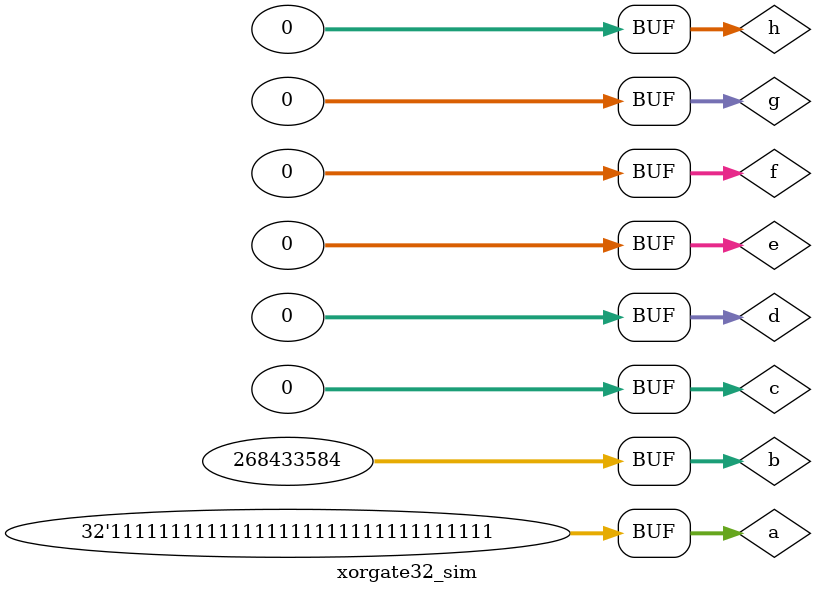
<source format=v>
`timescale 1ns / 1ps


module xorgate32_sim(   );
    // input 
    reg [31:0] a=32'h00000000;
    reg [31:0] b=32'h00000000;
    reg [31:0] c=32'h00000000;
    reg [31:0] d=32'h00000000;
    reg [31:0] e=32'h00000000;
    reg [31:0] f=32'h00000000;
    reg [31:0] g=32'h00000000;
    reg [31:0] h=32'h00000000;
    //outbut
    wire [31:0] q;
    xorgate #(8,32) u(.a(a),.b(b),.c(c),.d(d),
                .e(e),.f(f),.g(g),.h(h),.q(q));    // ÊµÀý»¯µÄÊ±ºò£¬Éè¶¨¿í¶ÈÎª32
    initial begin
    #100  a=32'hff78dff;
    #100  begin a=32'h00000000;b=32'hffff8b0;end
    #100  a = 32'h007fa509;
    #100  a=32'hffffffff;
  end

endmodule

</source>
